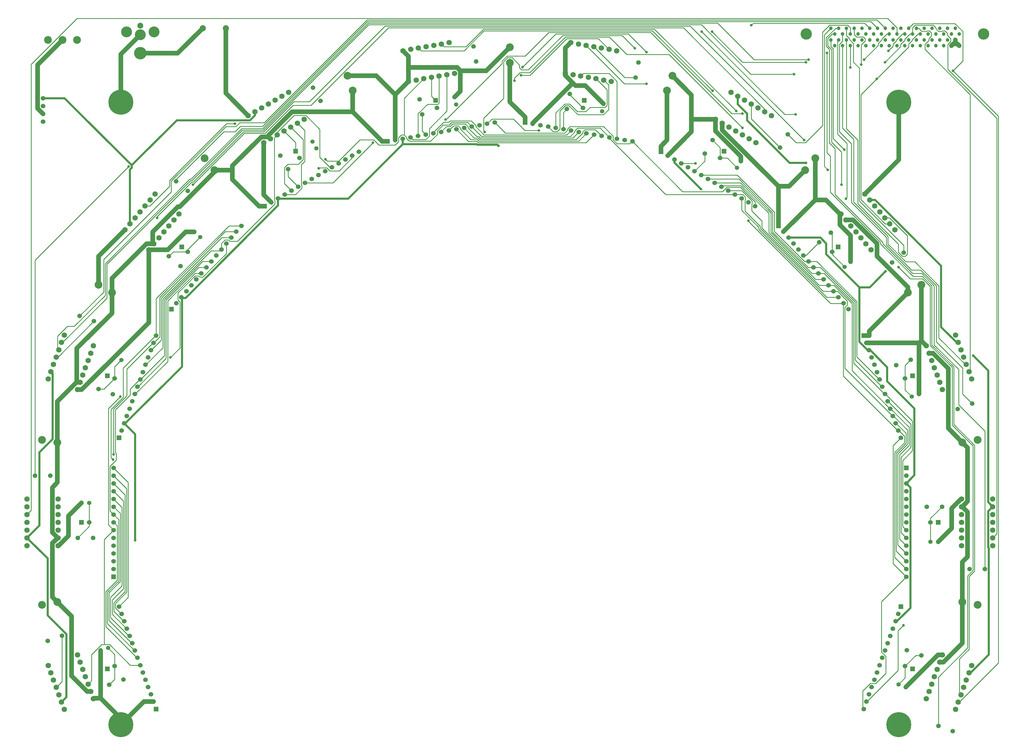
<source format=gbl>
G04 (created by PCBNEW (2013-jul-07)-stable) date Thu 10 Sep 2015 02:50:31 PM PDT*
%MOIN*%
G04 Gerber Fmt 3.4, Leading zero omitted, Abs format*
%FSLAX34Y34*%
G01*
G70*
G90*
G04 APERTURE LIST*
%ADD10C,0.00590551*%
%ADD11C,0.145669*%
%ADD12C,0.0472441*%
%ADD13C,0.07*%
%ADD14C,0.1*%
%ADD15C,0.0590551*%
%ADD16C,0.06*%
%ADD17R,0.06X0.06*%
%ADD18C,0.076*%
%ADD19C,0.14*%
%ADD20C,0.16*%
%ADD21C,0.055*%
%ADD22C,0.0787402*%
%ADD23C,0.32*%
%ADD24C,0.035*%
%ADD25C,0.06*%
%ADD26C,0.025*%
%ADD27C,0.01*%
G04 APERTURE END LIST*
G54D10*
G54D11*
X140899Y-27246D03*
X118100Y-27246D03*
G54D12*
X137750Y-28746D03*
X137250Y-27996D03*
X136750Y-28746D03*
X136250Y-27996D03*
X135750Y-28746D03*
X135250Y-27996D03*
X134750Y-28746D03*
X134250Y-27996D03*
X133750Y-28746D03*
X133250Y-27996D03*
X132750Y-28746D03*
X132250Y-27996D03*
X131750Y-28746D03*
X131250Y-27996D03*
X130750Y-28746D03*
X130250Y-27996D03*
X129750Y-28746D03*
X129250Y-27996D03*
X128750Y-28746D03*
X128250Y-27996D03*
X127750Y-28746D03*
X127250Y-27996D03*
X126750Y-28746D03*
X126250Y-27996D03*
X125750Y-28746D03*
X125250Y-27996D03*
X124750Y-28746D03*
X124250Y-27996D03*
X123750Y-28746D03*
X123250Y-27996D03*
X122750Y-28746D03*
X122250Y-27996D03*
X121750Y-28746D03*
X121250Y-27996D03*
X137750Y-27246D03*
X137250Y-26496D03*
X136750Y-27246D03*
X136250Y-26496D03*
X135750Y-27246D03*
X135250Y-26496D03*
X134750Y-27246D03*
X134250Y-26496D03*
X133750Y-27246D03*
X133250Y-26496D03*
X132750Y-27246D03*
X132250Y-26496D03*
X131750Y-27246D03*
X131250Y-26496D03*
X130750Y-27246D03*
X130250Y-26496D03*
X129750Y-27246D03*
X129250Y-26496D03*
X128750Y-27246D03*
X128250Y-26496D03*
X127750Y-27246D03*
X127250Y-26496D03*
X126750Y-27246D03*
X126250Y-26496D03*
X125750Y-27246D03*
X125250Y-26496D03*
X124750Y-27246D03*
X124250Y-26496D03*
X123750Y-27246D03*
X123250Y-26496D03*
X122750Y-27246D03*
X122250Y-26496D03*
X121750Y-27246D03*
X121250Y-26496D03*
G54D13*
X72177Y-28357D03*
X71192Y-28531D03*
X70207Y-28704D03*
X69222Y-28878D03*
X68237Y-29052D03*
X67253Y-29225D03*
X66268Y-29399D03*
X66962Y-33338D03*
X67947Y-33165D03*
X68932Y-32991D03*
X69917Y-32817D03*
X70902Y-32644D03*
X71886Y-32470D03*
X72871Y-32296D03*
X51565Y-34750D03*
X50699Y-35250D03*
X49833Y-35750D03*
X48967Y-36250D03*
X48101Y-36750D03*
X47235Y-37250D03*
X46369Y-37750D03*
X48369Y-41214D03*
X49235Y-40714D03*
X50101Y-40214D03*
X50967Y-39714D03*
X51833Y-39214D03*
X52699Y-38714D03*
X53565Y-38214D03*
X34384Y-47807D03*
X33741Y-48573D03*
X33098Y-49339D03*
X32455Y-50105D03*
X31813Y-50871D03*
X31170Y-51637D03*
X30527Y-52403D03*
X33591Y-54975D03*
X34234Y-54209D03*
X34877Y-53442D03*
X35520Y-52676D03*
X36162Y-51910D03*
X36805Y-51144D03*
X37448Y-50378D03*
X137295Y-114046D03*
X137637Y-113106D03*
X137979Y-112167D03*
X138321Y-111227D03*
X138663Y-110287D03*
X139005Y-109347D03*
X139347Y-108408D03*
X135588Y-107040D03*
X135246Y-107979D03*
X134904Y-108919D03*
X134562Y-109859D03*
X134220Y-110798D03*
X133878Y-111738D03*
X133536Y-112678D03*
X22704Y-65953D03*
X22362Y-66893D03*
X22020Y-67832D03*
X21678Y-68772D03*
X21336Y-69712D03*
X20994Y-70652D03*
X20652Y-71591D03*
X24411Y-72959D03*
X24753Y-72020D03*
X25095Y-71080D03*
X25437Y-70140D03*
X25779Y-69201D03*
X26121Y-68261D03*
X26463Y-67321D03*
X142064Y-93000D03*
X142064Y-92000D03*
X142064Y-91000D03*
X142064Y-90000D03*
X142064Y-89000D03*
X142064Y-88000D03*
X142064Y-87000D03*
X138064Y-87000D03*
X138064Y-88000D03*
X138064Y-89000D03*
X138064Y-90000D03*
X138064Y-91000D03*
X138064Y-92000D03*
X138064Y-93000D03*
X17935Y-87000D03*
X17935Y-88000D03*
X17935Y-89000D03*
X17935Y-90000D03*
X17935Y-91000D03*
X17935Y-92000D03*
X17935Y-93000D03*
X21935Y-93000D03*
X21935Y-92000D03*
X21935Y-91000D03*
X21935Y-90000D03*
X21935Y-89000D03*
X21935Y-88000D03*
X21935Y-87000D03*
X20652Y-108408D03*
X20994Y-109347D03*
X21336Y-110287D03*
X21678Y-111227D03*
X22020Y-112167D03*
X22362Y-113106D03*
X22704Y-114046D03*
X26463Y-112678D03*
X26121Y-111738D03*
X25779Y-110798D03*
X25437Y-109859D03*
X25095Y-108919D03*
X24753Y-107979D03*
X24411Y-107040D03*
X139347Y-71591D03*
X139005Y-70652D03*
X138663Y-69712D03*
X138321Y-68772D03*
X137979Y-67832D03*
X137637Y-66893D03*
X137295Y-65953D03*
X133536Y-67321D03*
X133878Y-68261D03*
X134220Y-69201D03*
X134562Y-70140D03*
X134904Y-71080D03*
X135246Y-72020D03*
X135588Y-72959D03*
X93731Y-29399D03*
X92746Y-29225D03*
X91762Y-29052D03*
X90777Y-28878D03*
X89792Y-28704D03*
X88807Y-28531D03*
X87822Y-28357D03*
X87128Y-32296D03*
X88113Y-32470D03*
X89097Y-32644D03*
X90082Y-32817D03*
X91067Y-32991D03*
X92052Y-33165D03*
X93037Y-33338D03*
X129472Y-52403D03*
X128829Y-51637D03*
X128186Y-50871D03*
X127543Y-50105D03*
X126901Y-49339D03*
X126258Y-48573D03*
X125615Y-47807D03*
X122551Y-50378D03*
X123194Y-51144D03*
X123836Y-51910D03*
X124479Y-52676D03*
X125122Y-53442D03*
X125765Y-54209D03*
X126408Y-54975D03*
X113630Y-37750D03*
X112764Y-37250D03*
X111898Y-36750D03*
X111032Y-36250D03*
X110166Y-35750D03*
X109300Y-35250D03*
X108434Y-34750D03*
X106434Y-38214D03*
X107300Y-38714D03*
X108166Y-39214D03*
X109032Y-39714D03*
X109898Y-40214D03*
X110764Y-40714D03*
X111630Y-41214D03*
G54D14*
X24370Y-28000D03*
X22500Y-28000D03*
X20630Y-28000D03*
G54D15*
X37669Y-57091D03*
X36161Y-55825D03*
X129114Y-56620D03*
X130622Y-55355D03*
X68726Y-37581D03*
X68384Y-35642D03*
X114736Y-41835D03*
X115720Y-40130D03*
X137569Y-75431D03*
X139418Y-74758D03*
X96168Y-32859D03*
X96509Y-30920D03*
X87334Y-36886D03*
X87676Y-34948D03*
X51477Y-44598D03*
X50493Y-42893D03*
X139079Y-96000D03*
X141048Y-96000D03*
X136924Y-116836D03*
X135075Y-116163D03*
X30335Y-110204D03*
X28485Y-110877D03*
X26419Y-92000D03*
X24451Y-92000D03*
X28967Y-73553D03*
X27117Y-72880D03*
X55656Y-35835D03*
X54672Y-34130D03*
X38598Y-47427D03*
X37090Y-46162D03*
X26535Y-64155D03*
X24685Y-63481D03*
X20919Y-84000D03*
X18951Y-84000D03*
X22430Y-104568D03*
X20580Y-105241D03*
X129664Y-69795D03*
X131514Y-69122D03*
X133579Y-88000D03*
X135548Y-88000D03*
X75649Y-30775D03*
X75307Y-28837D03*
X119759Y-54027D03*
X121266Y-52761D03*
X131032Y-106446D03*
X132882Y-107119D03*
X105057Y-42598D03*
X106042Y-40893D03*
G54D16*
X20000Y-38500D03*
X20000Y-37500D03*
X20000Y-36500D03*
X20000Y-35500D03*
G54D17*
X135064Y-90000D03*
G54D16*
X134064Y-90000D03*
G54D17*
X52467Y-42313D03*
G54D16*
X52967Y-43179D03*
G54D17*
X70438Y-35772D03*
G54D16*
X70612Y-36757D03*
G54D17*
X89561Y-35772D03*
G54D16*
X89387Y-36757D03*
G54D17*
X37818Y-54605D03*
G54D16*
X38584Y-55248D03*
G54D17*
X28256Y-108833D03*
G54D16*
X29196Y-108491D03*
G54D17*
X131743Y-108833D03*
G54D16*
X130803Y-108491D03*
G54D17*
X131743Y-71166D03*
G54D16*
X130803Y-71508D03*
G54D17*
X122181Y-54605D03*
G54D16*
X121415Y-55248D03*
G54D17*
X28256Y-71166D03*
G54D16*
X29196Y-71508D03*
G54D17*
X107532Y-42313D03*
G54D16*
X107032Y-43179D03*
G54D17*
X24935Y-90000D03*
G54D16*
X25935Y-90000D03*
G54D17*
X99407Y-42385D03*
G54D16*
X100273Y-42885D03*
X101139Y-43385D03*
X102005Y-43885D03*
X102871Y-44385D03*
X103737Y-44885D03*
X104603Y-45385D03*
X105469Y-45885D03*
X106335Y-46385D03*
X107201Y-46885D03*
X108067Y-47385D03*
X108933Y-47885D03*
X109799Y-48385D03*
X110665Y-48885D03*
X111531Y-49385D03*
G54D17*
X130261Y-100844D03*
G54D16*
X129919Y-101784D03*
X129577Y-102723D03*
X129235Y-103663D03*
X128893Y-104603D03*
X128551Y-105543D03*
X128209Y-106482D03*
X127867Y-107422D03*
X127525Y-108362D03*
X127183Y-109301D03*
X126841Y-110241D03*
X126499Y-111181D03*
X126157Y-112120D03*
X125815Y-113060D03*
X125473Y-114000D03*
G54D17*
X130939Y-83000D03*
G54D16*
X130939Y-84000D03*
X130939Y-85000D03*
X130939Y-86000D03*
X130939Y-87000D03*
X130939Y-88000D03*
X130939Y-89000D03*
X130939Y-90000D03*
X130939Y-91000D03*
X130939Y-92000D03*
X130939Y-93000D03*
X130939Y-94000D03*
X130939Y-95000D03*
X130939Y-96000D03*
X130939Y-97000D03*
G54D17*
X125473Y-65999D03*
G54D16*
X125815Y-66939D03*
X126157Y-67879D03*
X126499Y-68818D03*
X126841Y-69758D03*
X127183Y-70698D03*
X127525Y-71637D03*
X127867Y-72577D03*
X128209Y-73517D03*
X128551Y-74456D03*
X128893Y-75396D03*
X129235Y-76336D03*
X129577Y-77276D03*
X129919Y-78215D03*
X130261Y-79155D03*
G54D17*
X114522Y-51894D03*
G54D16*
X115164Y-52660D03*
X115807Y-53426D03*
X116450Y-54192D03*
X117093Y-54958D03*
X117736Y-55724D03*
X118378Y-56490D03*
X119021Y-57256D03*
X119664Y-58022D03*
X120307Y-58788D03*
X120950Y-59554D03*
X121592Y-60320D03*
X122235Y-61086D03*
X122878Y-61852D03*
X123521Y-62619D03*
G54D17*
X81952Y-38619D03*
G54D16*
X82936Y-38792D03*
X83921Y-38966D03*
X84906Y-39140D03*
X85891Y-39313D03*
X86876Y-39487D03*
X87860Y-39660D03*
X88845Y-39834D03*
X89830Y-40008D03*
X90815Y-40181D03*
X91800Y-40355D03*
X92784Y-40529D03*
X93769Y-40702D03*
X94754Y-40876D03*
X95739Y-41050D03*
G54D17*
X64260Y-41050D03*
G54D16*
X65245Y-40876D03*
X66230Y-40702D03*
X67215Y-40529D03*
X68199Y-40355D03*
X69184Y-40181D03*
X70169Y-40008D03*
X71154Y-39834D03*
X72139Y-39660D03*
X73123Y-39487D03*
X74108Y-39313D03*
X75093Y-39140D03*
X76078Y-38966D03*
X77063Y-38792D03*
X78047Y-38619D03*
G54D17*
X48468Y-49385D03*
G54D16*
X49334Y-48885D03*
X50200Y-48385D03*
X51066Y-47885D03*
X51932Y-47385D03*
X52798Y-46885D03*
X53664Y-46385D03*
X54530Y-45885D03*
X55396Y-45385D03*
X56262Y-44885D03*
X57128Y-44385D03*
X57994Y-43885D03*
X58860Y-43385D03*
X59726Y-42885D03*
X60592Y-42385D03*
G54D17*
X36478Y-62619D03*
G54D16*
X37121Y-61852D03*
X37764Y-61086D03*
X38407Y-60320D03*
X39049Y-59554D03*
X39692Y-58788D03*
X40335Y-58022D03*
X40978Y-57256D03*
X41621Y-56490D03*
X42263Y-55724D03*
X42906Y-54958D03*
X43549Y-54192D03*
X44192Y-53426D03*
X44835Y-52660D03*
X45477Y-51894D03*
G54D17*
X29738Y-79155D03*
G54D16*
X30080Y-78215D03*
X30422Y-77276D03*
X30764Y-76336D03*
X31106Y-75396D03*
X31448Y-74456D03*
X31790Y-73517D03*
X32132Y-72577D03*
X32474Y-71637D03*
X32816Y-70698D03*
X33158Y-69758D03*
X33500Y-68818D03*
X33842Y-67879D03*
X34184Y-66939D03*
X34526Y-65999D03*
G54D17*
X29060Y-97000D03*
G54D16*
X29060Y-96000D03*
X29060Y-95000D03*
X29060Y-94000D03*
X29060Y-93000D03*
X29060Y-92000D03*
X29060Y-91000D03*
X29060Y-90000D03*
X29060Y-89000D03*
X29060Y-88000D03*
X29060Y-87000D03*
X29060Y-86000D03*
X29060Y-85000D03*
X29060Y-84000D03*
X29060Y-83000D03*
G54D17*
X34526Y-114000D03*
G54D16*
X34184Y-113060D03*
X33842Y-112120D03*
X33500Y-111181D03*
X33158Y-110241D03*
X32816Y-109301D03*
X32474Y-108362D03*
X32132Y-107422D03*
X31790Y-106482D03*
X31448Y-105543D03*
X31106Y-104603D03*
X30764Y-103663D03*
X30422Y-102723D03*
X30080Y-101784D03*
X29738Y-100844D03*
G54D18*
X32500Y-26180D03*
G54D19*
X32500Y-27360D03*
G54D20*
X32500Y-29720D03*
G54D19*
X30730Y-26970D03*
X34270Y-26970D03*
G54D14*
X80000Y-30935D03*
X80000Y-28935D03*
X21832Y-100256D03*
X19863Y-100603D03*
X21832Y-79743D03*
X19863Y-79396D03*
X28848Y-60467D03*
X27116Y-59467D03*
X42034Y-44754D03*
X40748Y-43222D03*
X59798Y-34497D03*
X59114Y-32618D03*
G54D21*
X30051Y-69159D03*
X29111Y-68817D03*
X28341Y-106141D03*
X27401Y-106484D03*
X25935Y-87500D03*
X24935Y-87500D03*
X131658Y-73858D03*
X132598Y-73515D03*
X40191Y-53333D03*
X39425Y-52690D03*
X55133Y-41929D03*
X54633Y-41063D03*
X73073Y-36322D03*
X72900Y-35338D03*
X91850Y-37191D03*
X92023Y-36206D03*
X129948Y-110840D03*
X130888Y-111182D03*
X109197Y-44429D03*
X109697Y-43563D03*
X134064Y-92500D03*
X135064Y-92500D03*
X123022Y-57163D03*
X123788Y-56520D03*
G54D22*
X40523Y-26500D03*
X43476Y-26500D03*
G54D14*
X100201Y-34497D03*
X100885Y-32618D03*
X117965Y-44754D03*
X119251Y-43222D03*
X131151Y-60467D03*
X132883Y-59467D03*
X138167Y-79743D03*
X140136Y-79396D03*
X138167Y-100256D03*
X140136Y-100603D03*
G54D23*
X30000Y-36000D03*
X130000Y-36000D03*
X130000Y-116000D03*
X30000Y-116000D03*
G54D24*
X139538Y-68577D03*
X118067Y-43811D03*
X29933Y-73835D03*
X62376Y-41198D03*
X80575Y-33231D03*
X109885Y-39321D03*
X71733Y-38230D03*
X109892Y-37475D03*
X34657Y-50871D03*
X117826Y-40877D03*
X104663Y-26928D03*
X116732Y-37580D03*
X106050Y-34557D03*
X36354Y-68818D03*
X56291Y-43341D03*
X97568Y-33629D03*
X130571Y-103257D03*
X55407Y-44496D03*
X29054Y-81273D03*
X83720Y-39645D03*
X110665Y-51248D03*
X120870Y-44695D03*
X28982Y-81934D03*
X129962Y-57226D03*
X122617Y-46594D03*
X30984Y-44290D03*
X111030Y-26126D03*
X125169Y-31190D03*
X96046Y-29074D03*
X128663Y-29404D03*
X76759Y-39834D03*
X123183Y-48403D03*
X120739Y-29682D03*
X125513Y-30536D03*
X118393Y-30536D03*
X44667Y-38761D03*
X123744Y-31530D03*
X122989Y-42111D03*
X104542Y-47168D03*
X128298Y-57753D03*
X31807Y-92310D03*
X78505Y-41603D03*
X81427Y-32531D03*
X39241Y-46612D03*
X116534Y-32401D03*
X127152Y-33006D03*
X97547Y-29563D03*
X81621Y-31514D03*
X128212Y-30861D03*
X118068Y-30861D03*
X106002Y-26960D03*
X136938Y-31968D03*
X109072Y-37131D03*
X103859Y-43872D03*
G54D25*
X37303Y-29720D02*
X32500Y-29720D01*
X40523Y-26500D02*
X37303Y-29720D01*
G54D26*
X19524Y-90411D02*
X17935Y-92000D01*
X19524Y-81026D02*
X19524Y-90411D01*
X21227Y-79323D02*
X19524Y-81026D01*
X21227Y-70885D02*
X21227Y-79323D01*
X20994Y-70652D02*
X21227Y-70885D01*
X22979Y-112489D02*
X22362Y-113106D01*
X22979Y-104381D02*
X22979Y-112489D01*
X20588Y-101989D02*
X22979Y-104381D01*
X20588Y-94652D02*
X20588Y-101989D01*
X17935Y-92000D02*
X20588Y-94652D01*
X139222Y-109347D02*
X139005Y-109347D01*
X141569Y-107000D02*
X139222Y-109347D01*
X141569Y-93319D02*
X141569Y-107000D01*
X141489Y-93238D02*
X141569Y-93319D01*
X141489Y-88575D02*
X141489Y-93238D01*
X142064Y-88000D02*
X141489Y-88575D01*
X141472Y-70511D02*
X139538Y-68577D01*
X141472Y-87408D02*
X141472Y-70511D01*
X142064Y-88000D02*
X141472Y-87408D01*
X37175Y-38332D02*
X31384Y-44124D01*
X46602Y-38332D02*
X37175Y-38332D01*
X47235Y-37699D02*
X46602Y-38332D01*
X47235Y-37250D02*
X47235Y-37699D01*
X31384Y-44455D02*
X31384Y-44124D01*
X31170Y-44669D02*
X31384Y-44455D01*
X31170Y-51637D02*
X31170Y-44669D01*
X22759Y-35500D02*
X20000Y-35500D01*
X31384Y-44124D02*
X22759Y-35500D01*
X115942Y-43811D02*
X118067Y-43811D01*
X110491Y-38360D02*
X115942Y-43811D01*
X110491Y-37484D02*
X110491Y-38360D01*
X109300Y-36292D02*
X110491Y-37484D01*
X109300Y-35250D02*
X109300Y-36292D01*
X126949Y-48573D02*
X126258Y-48573D01*
X135412Y-57036D02*
X126949Y-48573D01*
X135412Y-64895D02*
X135412Y-57036D01*
X137410Y-66893D02*
X135412Y-64895D01*
X137637Y-66893D02*
X137410Y-66893D01*
G54D25*
X125473Y-65999D02*
X126173Y-65999D01*
X48468Y-49385D02*
X47768Y-49385D01*
X21184Y-92688D02*
X21872Y-92000D01*
X21184Y-99608D02*
X21184Y-92688D01*
X21832Y-100256D02*
X21184Y-99608D01*
X21872Y-92000D02*
X21935Y-92000D01*
X23660Y-102083D02*
X21832Y-100256D01*
X23660Y-109743D02*
X23660Y-102083D01*
X25655Y-111738D02*
X23660Y-109743D01*
X26121Y-111738D02*
X25655Y-111738D01*
X21832Y-84883D02*
X21832Y-79743D01*
X21185Y-85530D02*
X21832Y-84883D01*
X21185Y-91312D02*
X21185Y-85530D01*
X21872Y-92000D02*
X21185Y-91312D01*
X24289Y-72020D02*
X24329Y-72020D01*
X21832Y-74476D02*
X24289Y-72020D01*
X21832Y-79743D02*
X21832Y-74476D01*
X24329Y-72020D02*
X24753Y-72020D01*
X34103Y-54209D02*
X34234Y-54209D01*
X33289Y-54209D02*
X34103Y-54209D01*
X28848Y-58649D02*
X33289Y-54209D01*
X28848Y-60467D02*
X28848Y-58649D01*
X28848Y-63134D02*
X28848Y-60467D01*
X24329Y-67653D02*
X28848Y-63134D01*
X24329Y-72020D02*
X24329Y-67653D01*
X19297Y-31202D02*
X22500Y-28000D01*
X19297Y-36797D02*
X19297Y-31202D01*
X20000Y-37500D02*
X19297Y-36797D01*
X126173Y-65445D02*
X126173Y-65999D01*
X131151Y-60467D02*
X126173Y-65445D01*
X80000Y-35966D02*
X81952Y-37918D01*
X80000Y-30935D02*
X80000Y-35966D01*
X81952Y-38619D02*
X81952Y-37918D01*
X99407Y-42385D02*
X99407Y-41685D01*
X138167Y-105540D02*
X138167Y-100256D01*
X135727Y-107979D02*
X138167Y-105540D01*
X135246Y-107979D02*
X135727Y-107979D01*
X138823Y-88682D02*
X138141Y-88000D01*
X138823Y-94460D02*
X138823Y-88682D01*
X138167Y-95116D02*
X138823Y-94460D01*
X138167Y-100256D02*
X138167Y-95116D01*
X138141Y-88000D02*
X138064Y-88000D01*
X42034Y-44978D02*
X42034Y-44754D01*
X37559Y-49453D02*
X42034Y-44978D01*
X37313Y-49453D02*
X37559Y-49453D01*
X34103Y-52662D02*
X37313Y-49453D01*
X34103Y-54209D02*
X34103Y-52662D01*
X44337Y-45955D02*
X44337Y-44754D01*
X47768Y-49385D02*
X44337Y-45955D01*
X44337Y-44754D02*
X42034Y-44754D01*
X115896Y-46823D02*
X117965Y-44754D01*
X114522Y-46823D02*
X115896Y-46823D01*
X114522Y-51894D02*
X114522Y-46823D01*
X107300Y-39601D02*
X107300Y-38714D01*
X114522Y-46823D02*
X107300Y-39601D01*
X64260Y-41050D02*
X63560Y-41050D01*
X48060Y-40462D02*
X48983Y-40462D01*
X44337Y-44185D02*
X48060Y-40462D01*
X44337Y-44754D02*
X44337Y-44185D01*
X48983Y-40462D02*
X49235Y-40714D01*
X52000Y-37243D02*
X59798Y-37243D01*
X48983Y-40260D02*
X52000Y-37243D01*
X48983Y-40462D02*
X48983Y-40260D01*
X59798Y-34497D02*
X59798Y-37243D01*
X63560Y-41005D02*
X59798Y-37243D01*
X63560Y-41050D02*
X63560Y-41005D01*
X100201Y-40891D02*
X99407Y-41685D01*
X100201Y-34497D02*
X100201Y-40891D01*
X136339Y-77916D02*
X138167Y-79743D01*
X136339Y-70229D02*
X136339Y-77916D01*
X134372Y-68261D02*
X136339Y-70229D01*
X133878Y-68261D02*
X134372Y-68261D01*
X138820Y-87320D02*
X138141Y-88000D01*
X138820Y-80397D02*
X138820Y-87320D01*
X138167Y-79743D02*
X138820Y-80397D01*
X131151Y-59793D02*
X131151Y-60467D01*
X127176Y-55818D02*
X131151Y-59793D01*
X127176Y-54185D02*
X127176Y-55818D01*
X124135Y-51144D02*
X127176Y-54185D01*
X123194Y-51144D02*
X124135Y-51144D01*
G54D27*
X119438Y-56490D02*
X118378Y-56490D01*
X124579Y-61631D02*
X119438Y-56490D01*
X124579Y-68743D02*
X124579Y-61631D01*
X127473Y-71637D02*
X124579Y-68743D01*
X127525Y-71637D02*
X127473Y-71637D01*
X39519Y-58022D02*
X40335Y-58022D01*
X36013Y-61528D02*
X39519Y-58022D01*
X36013Y-69333D02*
X36013Y-61528D01*
X31829Y-73517D02*
X36013Y-69333D01*
X31790Y-73517D02*
X31829Y-73517D01*
X28540Y-105710D02*
X27845Y-105710D01*
X31192Y-108362D02*
X28540Y-105710D01*
X32474Y-108362D02*
X31192Y-108362D01*
X26218Y-110359D02*
X25779Y-110798D01*
X26218Y-107025D02*
X26218Y-110359D01*
X27533Y-105710D02*
X26218Y-107025D01*
X27845Y-105710D02*
X27533Y-105710D01*
X27845Y-92215D02*
X27845Y-105710D01*
X29060Y-91000D02*
X27845Y-92215D01*
X28384Y-90323D02*
X29060Y-91000D01*
X28384Y-75384D02*
X28384Y-90323D01*
X29933Y-73835D02*
X28384Y-75384D01*
X62376Y-41252D02*
X62376Y-41198D01*
X57243Y-46385D02*
X62376Y-41252D01*
X53664Y-46385D02*
X57243Y-46385D01*
X87325Y-40196D02*
X87860Y-39660D01*
X76660Y-40196D02*
X87325Y-40196D01*
X75617Y-39153D02*
X76660Y-40196D01*
X75617Y-39017D02*
X75617Y-39153D01*
X75022Y-38421D02*
X75617Y-39017D01*
X72304Y-38421D02*
X75022Y-38421D01*
X72158Y-38567D02*
X72304Y-38421D01*
X71501Y-38567D02*
X72158Y-38567D01*
X70169Y-39899D02*
X71501Y-38567D01*
X70169Y-40008D02*
X70169Y-39899D01*
X109230Y-45385D02*
X104603Y-45385D01*
X113976Y-50131D02*
X109230Y-45385D01*
X113976Y-52627D02*
X113976Y-50131D01*
X117839Y-56490D02*
X113976Y-52627D01*
X118378Y-56490D02*
X117839Y-56490D01*
X80575Y-32923D02*
X80575Y-33231D01*
X81292Y-32206D02*
X80575Y-32923D01*
X82542Y-32206D02*
X81292Y-32206D01*
X87107Y-27641D02*
X82542Y-32206D01*
X92782Y-27641D02*
X87107Y-27641D01*
X95031Y-29891D02*
X92782Y-27641D01*
X100455Y-29891D02*
X95031Y-29891D01*
X109885Y-39321D02*
X100455Y-29891D01*
X119917Y-57256D02*
X119021Y-57256D01*
X124379Y-61717D02*
X119917Y-57256D01*
X124379Y-69128D02*
X124379Y-61717D01*
X127828Y-72577D02*
X124379Y-69128D01*
X127867Y-72577D02*
X127828Y-72577D01*
X32178Y-72577D02*
X32132Y-72577D01*
X35798Y-68957D02*
X32178Y-72577D01*
X35798Y-61451D02*
X35798Y-68957D01*
X39993Y-57256D02*
X35798Y-61451D01*
X40978Y-57256D02*
X39993Y-57256D01*
X29510Y-90450D02*
X29060Y-90000D01*
X29510Y-97448D02*
X29510Y-90450D01*
X28063Y-98895D02*
X29510Y-97448D01*
X28063Y-103425D02*
X28063Y-98895D01*
X32060Y-107422D02*
X28063Y-103425D01*
X32132Y-107422D02*
X32060Y-107422D01*
X88082Y-40597D02*
X88845Y-39834D01*
X76190Y-40597D02*
X88082Y-40597D01*
X75989Y-40397D02*
X76190Y-40597D01*
X75712Y-40397D02*
X75989Y-40397D01*
X74633Y-39318D02*
X75712Y-40397D01*
X74633Y-39176D02*
X74633Y-39318D01*
X74283Y-38826D02*
X74633Y-39176D01*
X72607Y-38826D02*
X74283Y-38826D01*
X72274Y-39159D02*
X72607Y-38826D01*
X71829Y-39159D02*
X72274Y-39159D01*
X71154Y-39834D02*
X71829Y-39159D01*
X109447Y-45885D02*
X105469Y-45885D01*
X113761Y-50199D02*
X109447Y-45885D01*
X113761Y-52695D02*
X113761Y-50199D01*
X118323Y-57256D02*
X113761Y-52695D01*
X119021Y-57256D02*
X118323Y-57256D01*
X71798Y-38230D02*
X71733Y-38230D01*
X78981Y-31046D02*
X71798Y-38230D01*
X78981Y-30720D02*
X78981Y-31046D01*
X79638Y-30063D02*
X78981Y-30720D01*
X81965Y-30063D02*
X79638Y-30063D01*
X84987Y-27041D02*
X81965Y-30063D01*
X98075Y-27041D02*
X84987Y-27041D01*
X108509Y-37475D02*
X98075Y-27041D01*
X109892Y-37475D02*
X108509Y-37475D01*
X32516Y-71637D02*
X32474Y-71637D01*
X35589Y-68564D02*
X32516Y-71637D01*
X35589Y-61377D02*
X35589Y-68564D01*
X40476Y-56490D02*
X35589Y-61377D01*
X41621Y-56490D02*
X40476Y-56490D01*
X29710Y-89650D02*
X29060Y-89000D01*
X29710Y-97531D02*
X29710Y-89650D01*
X28264Y-98978D02*
X29710Y-97531D01*
X28264Y-102995D02*
X28264Y-98978D01*
X31751Y-106482D02*
X28264Y-102995D01*
X31790Y-106482D02*
X31751Y-106482D01*
X32423Y-71637D02*
X32474Y-71637D01*
X31183Y-72877D02*
X32423Y-71637D01*
X31183Y-73629D02*
X31183Y-72877D01*
X29273Y-75539D02*
X31183Y-73629D01*
X29273Y-81032D02*
X29273Y-75539D01*
X29379Y-81138D02*
X29273Y-81032D01*
X29379Y-82027D02*
X29379Y-81138D01*
X28597Y-82808D02*
X29379Y-82027D01*
X28597Y-88536D02*
X28597Y-82808D01*
X29060Y-89000D02*
X28597Y-88536D01*
X128158Y-73517D02*
X128209Y-73517D01*
X124178Y-69538D02*
X128158Y-73517D01*
X124178Y-61800D02*
X124178Y-69538D01*
X120400Y-58022D02*
X124178Y-61800D01*
X119664Y-58022D02*
X120400Y-58022D01*
X130486Y-90546D02*
X130939Y-91000D01*
X130486Y-82061D02*
X130486Y-90546D01*
X131721Y-80826D02*
X130486Y-82061D01*
X131721Y-76988D02*
X131721Y-80826D01*
X128249Y-73517D02*
X131721Y-76988D01*
X128209Y-73517D02*
X128249Y-73517D01*
X88840Y-40997D02*
X89830Y-40008D01*
X76024Y-40997D02*
X88840Y-40997D01*
X75832Y-40806D02*
X76024Y-40997D01*
X74963Y-40806D02*
X75832Y-40806D01*
X73648Y-39491D02*
X74963Y-40806D01*
X73648Y-39349D02*
X73648Y-39491D01*
X73334Y-39035D02*
X73648Y-39349D01*
X72764Y-39035D02*
X73334Y-39035D01*
X72139Y-39660D02*
X72764Y-39035D01*
X109664Y-46385D02*
X106335Y-46385D01*
X113539Y-50260D02*
X109664Y-46385D01*
X113539Y-52756D02*
X113539Y-50260D01*
X118806Y-58022D02*
X113539Y-52756D01*
X119664Y-58022D02*
X118806Y-58022D01*
X34657Y-50723D02*
X34657Y-50871D01*
X39092Y-46287D02*
X34657Y-50723D01*
X39290Y-46287D02*
X39092Y-46287D01*
X45765Y-39812D02*
X39290Y-46287D01*
X48365Y-39812D02*
X45765Y-39812D01*
X52221Y-35956D02*
X48365Y-39812D01*
X54214Y-35956D02*
X52221Y-35956D01*
X63930Y-26241D02*
X54214Y-35956D01*
X103190Y-26241D02*
X63930Y-26241D01*
X117826Y-40877D02*
X103190Y-26241D01*
X29911Y-88850D02*
X29060Y-88000D01*
X29911Y-97614D02*
X29911Y-88850D01*
X28464Y-99060D02*
X29911Y-97614D01*
X28464Y-102612D02*
X28464Y-99060D01*
X31395Y-105543D02*
X28464Y-102612D01*
X31448Y-105543D02*
X31395Y-105543D01*
X130285Y-91346D02*
X130939Y-92000D01*
X130285Y-81628D02*
X130285Y-91346D01*
X131520Y-80393D02*
X130285Y-81628D01*
X131520Y-77382D02*
X131520Y-80393D01*
X128595Y-74456D02*
X131520Y-77382D01*
X128551Y-74456D02*
X128595Y-74456D01*
X89799Y-41198D02*
X90815Y-40181D01*
X75941Y-41198D02*
X89799Y-41198D01*
X75775Y-41032D02*
X75941Y-41198D01*
X74668Y-41032D02*
X75775Y-41032D01*
X73123Y-39487D02*
X74668Y-41032D01*
X107355Y-46732D02*
X107201Y-46885D01*
X109728Y-46732D02*
X107355Y-46732D01*
X113280Y-50284D02*
X109728Y-46732D01*
X113280Y-52780D02*
X113280Y-50284D01*
X119289Y-58788D02*
X113280Y-52780D01*
X120307Y-58788D02*
X119289Y-58788D01*
X115315Y-37580D02*
X116732Y-37580D01*
X104663Y-26928D02*
X115315Y-37580D01*
X56855Y-44385D02*
X57128Y-44385D01*
X55559Y-43089D02*
X56855Y-44385D01*
X55559Y-39497D02*
X55559Y-43089D01*
X53774Y-37712D02*
X55559Y-39497D01*
X52259Y-37712D02*
X53774Y-37712D01*
X50101Y-39870D02*
X52259Y-37712D01*
X50101Y-40214D02*
X50101Y-39870D01*
X30129Y-88068D02*
X29060Y-87000D01*
X30129Y-98165D02*
X30129Y-88068D01*
X28665Y-99629D02*
X30129Y-98165D01*
X28665Y-102235D02*
X28665Y-99629D01*
X31032Y-104603D02*
X28665Y-102235D01*
X31106Y-104603D02*
X31032Y-104603D01*
X130082Y-92143D02*
X130939Y-93000D01*
X130082Y-81341D02*
X130082Y-92143D01*
X131320Y-80103D02*
X130082Y-81341D01*
X131320Y-77784D02*
X131320Y-80103D01*
X128932Y-75396D02*
X131320Y-77784D01*
X128893Y-75396D02*
X128932Y-75396D01*
X42758Y-55106D02*
X42906Y-54958D01*
X42758Y-55106D02*
X42758Y-55106D01*
X41577Y-55106D02*
X42758Y-55106D01*
X35389Y-61294D02*
X41577Y-55106D01*
X35389Y-67571D02*
X35389Y-61294D01*
X33202Y-69758D02*
X35389Y-67571D01*
X33158Y-69758D02*
X33202Y-69758D01*
X49735Y-40580D02*
X50101Y-40214D01*
X49735Y-48604D02*
X49735Y-40580D01*
X49787Y-48655D02*
X49735Y-48604D01*
X49787Y-49068D02*
X49787Y-48655D01*
X44979Y-53877D02*
X49787Y-49068D01*
X44000Y-53877D02*
X44979Y-53877D01*
X43849Y-53726D02*
X44000Y-53877D01*
X43369Y-53726D02*
X43849Y-53726D01*
X42906Y-54189D02*
X43369Y-53726D01*
X42906Y-54958D02*
X42906Y-54189D01*
X90997Y-39553D02*
X91800Y-40355D01*
X89641Y-39553D02*
X90997Y-39553D01*
X89370Y-39824D02*
X89641Y-39553D01*
X89370Y-39962D02*
X89370Y-39824D01*
X88534Y-40797D02*
X89370Y-39962D01*
X76107Y-40797D02*
X88534Y-40797D01*
X75907Y-40597D02*
X76107Y-40797D01*
X75392Y-40597D02*
X75907Y-40597D01*
X74108Y-39313D02*
X75392Y-40597D01*
X121649Y-59554D02*
X120950Y-59554D01*
X123971Y-61876D02*
X121649Y-59554D01*
X123971Y-70525D02*
X123971Y-61876D01*
X128842Y-75396D02*
X123971Y-70525D01*
X128893Y-75396D02*
X128842Y-75396D01*
X119758Y-59554D02*
X120950Y-59554D01*
X112375Y-52171D02*
X119758Y-59554D01*
X112375Y-51266D02*
X112375Y-52171D01*
X111076Y-49967D02*
X112375Y-51266D01*
X111076Y-49110D02*
X111076Y-49967D01*
X111121Y-49066D02*
X111076Y-49110D01*
X111121Y-48690D02*
X111121Y-49066D01*
X109815Y-47385D02*
X111121Y-48690D01*
X108067Y-47385D02*
X109815Y-47385D01*
X68580Y-29395D02*
X68237Y-29052D01*
X74115Y-29395D02*
X68580Y-29395D01*
X76669Y-26841D02*
X74115Y-29395D01*
X98334Y-26841D02*
X76669Y-26841D01*
X106050Y-34557D02*
X98334Y-26841D01*
X37571Y-67601D02*
X36354Y-68818D01*
X37571Y-61666D02*
X37571Y-67601D01*
X37308Y-61402D02*
X37571Y-61666D01*
X37308Y-60526D02*
X37308Y-61402D01*
X39504Y-58329D02*
X37308Y-60526D01*
X39982Y-58329D02*
X39504Y-58329D01*
X40145Y-58491D02*
X39982Y-58329D01*
X40524Y-58491D02*
X40145Y-58491D01*
X43549Y-55466D02*
X40524Y-58491D01*
X43549Y-54192D02*
X43549Y-55466D01*
X30722Y-103663D02*
X30764Y-103663D01*
X28882Y-101823D02*
X30722Y-103663D01*
X28882Y-99979D02*
X28882Y-101823D01*
X30329Y-98533D02*
X28882Y-99979D01*
X30329Y-87268D02*
X30329Y-98533D01*
X29060Y-86000D02*
X30329Y-87268D01*
X129861Y-92922D02*
X130939Y-94000D01*
X129861Y-81203D02*
X129861Y-92922D01*
X131112Y-79953D02*
X129861Y-81203D01*
X131112Y-78149D02*
X131112Y-79953D01*
X129299Y-76336D02*
X131112Y-78149D01*
X129235Y-76336D02*
X129299Y-76336D01*
X122110Y-60320D02*
X121592Y-60320D01*
X123340Y-61550D02*
X122110Y-60320D01*
X123340Y-62100D02*
X123340Y-61550D01*
X123062Y-62377D02*
X123340Y-62100D01*
X123062Y-70215D02*
X123062Y-62377D01*
X129183Y-76336D02*
X123062Y-70215D01*
X129235Y-76336D02*
X129183Y-76336D01*
X56537Y-43587D02*
X56291Y-43341D01*
X57994Y-43587D02*
X56537Y-43587D01*
X57994Y-43885D02*
X57994Y-43587D01*
X66408Y-35515D02*
X68932Y-32991D01*
X66408Y-40226D02*
X66408Y-35515D01*
X60726Y-40854D02*
X57994Y-43587D01*
X62498Y-40854D02*
X60726Y-40854D01*
X63144Y-41500D02*
X62498Y-40854D01*
X65263Y-41500D02*
X63144Y-41500D01*
X65695Y-41068D02*
X65263Y-41500D01*
X65695Y-40583D02*
X65695Y-41068D01*
X66052Y-40226D02*
X65695Y-40583D01*
X66408Y-40226D02*
X66052Y-40226D01*
X74579Y-38626D02*
X75093Y-39140D01*
X72524Y-38626D02*
X74579Y-38626D01*
X72194Y-38955D02*
X72524Y-38626D01*
X71396Y-38955D02*
X72194Y-38955D01*
X70686Y-39665D02*
X71396Y-38955D01*
X70686Y-40131D02*
X70686Y-39665D01*
X69796Y-41021D02*
X70686Y-40131D01*
X67067Y-41021D02*
X69796Y-41021D01*
X66690Y-40644D02*
X67067Y-41021D01*
X66690Y-40509D02*
X66690Y-40644D01*
X66408Y-40226D02*
X66690Y-40509D01*
X76351Y-40397D02*
X75093Y-39140D01*
X87778Y-40397D02*
X76351Y-40397D01*
X88321Y-39854D02*
X87778Y-40397D01*
X88321Y-39722D02*
X88321Y-39854D01*
X88690Y-39352D02*
X88321Y-39722D01*
X91608Y-39352D02*
X88690Y-39352D01*
X92784Y-40529D02*
X91608Y-39352D01*
X100020Y-47885D02*
X108933Y-47885D01*
X92784Y-40650D02*
X100020Y-47885D01*
X92784Y-40529D02*
X92784Y-40650D01*
X120241Y-60320D02*
X121592Y-60320D01*
X112175Y-52254D02*
X120241Y-60320D01*
X112175Y-51971D02*
X112175Y-52254D01*
X110207Y-50004D02*
X112175Y-51971D01*
X110207Y-48613D02*
X110207Y-50004D01*
X110251Y-48570D02*
X110207Y-48613D01*
X110251Y-48194D02*
X110251Y-48570D01*
X109941Y-47885D02*
X110251Y-48194D01*
X108933Y-47885D02*
X109941Y-47885D01*
X94716Y-33629D02*
X97568Y-33629D01*
X89792Y-28704D02*
X94716Y-33629D01*
X129661Y-93722D02*
X130939Y-95000D01*
X129661Y-81096D02*
X129661Y-93722D01*
X130912Y-79846D02*
X129661Y-81096D01*
X130912Y-78558D02*
X130912Y-79846D01*
X129629Y-77276D02*
X130912Y-78558D01*
X129577Y-77276D02*
X129629Y-77276D01*
X33886Y-67879D02*
X33842Y-67879D01*
X35189Y-66576D02*
X33886Y-67879D01*
X35189Y-61179D02*
X35189Y-66576D01*
X42941Y-53426D02*
X35189Y-61179D01*
X44192Y-53426D02*
X42941Y-53426D01*
X30352Y-102723D02*
X30422Y-102723D01*
X29082Y-101454D02*
X30352Y-102723D01*
X29082Y-100345D02*
X29082Y-101454D01*
X30529Y-98898D02*
X29082Y-100345D01*
X30529Y-86468D02*
X30529Y-98898D01*
X29060Y-85000D02*
X30529Y-86468D01*
X93769Y-33334D02*
X93769Y-40702D01*
X92741Y-32305D02*
X93769Y-33334D01*
X89436Y-32305D02*
X92741Y-32305D01*
X89097Y-32644D02*
X89436Y-32305D01*
X120724Y-61086D02*
X122235Y-61086D01*
X111974Y-52337D02*
X120724Y-61086D01*
X111974Y-52077D02*
X111974Y-52337D01*
X109799Y-49902D02*
X111974Y-52077D01*
X109799Y-48385D02*
X109799Y-49902D01*
X129461Y-94522D02*
X130939Y-96000D01*
X129461Y-81013D02*
X129461Y-94522D01*
X130711Y-79763D02*
X129461Y-81013D01*
X130711Y-78946D02*
X130711Y-79763D01*
X129981Y-78215D02*
X130711Y-78946D01*
X129919Y-78215D02*
X129981Y-78215D01*
X59726Y-43158D02*
X59726Y-42885D01*
X58038Y-44846D02*
X59726Y-43158D01*
X56869Y-44846D02*
X58038Y-44846D01*
X56457Y-44435D02*
X56869Y-44846D01*
X55468Y-44435D02*
X56457Y-44435D01*
X55407Y-44496D02*
X55468Y-44435D01*
X34229Y-66939D02*
X34184Y-66939D01*
X34989Y-66179D02*
X34229Y-66939D01*
X34989Y-61069D02*
X34989Y-66179D01*
X43398Y-52660D02*
X34989Y-61069D01*
X44835Y-52660D02*
X43398Y-52660D01*
X30041Y-101784D02*
X30080Y-101784D01*
X29283Y-101025D02*
X30041Y-101784D01*
X29283Y-100428D02*
X29283Y-101025D01*
X30729Y-98981D02*
X29283Y-100428D01*
X30729Y-85668D02*
X30729Y-98981D01*
X29060Y-84000D02*
X30729Y-85668D01*
X129890Y-103939D02*
X130571Y-103257D01*
X129890Y-109055D02*
X129890Y-103939D01*
X125884Y-113060D02*
X129890Y-109055D01*
X125815Y-113060D02*
X125884Y-113060D01*
X34133Y-66939D02*
X34184Y-66939D01*
X30759Y-70313D02*
X34133Y-66939D01*
X30759Y-73752D02*
X30759Y-70313D01*
X29054Y-75457D02*
X30759Y-73752D01*
X29054Y-81273D02*
X29054Y-75457D01*
X122878Y-61852D02*
X122862Y-61868D01*
X129860Y-78215D02*
X129919Y-78215D01*
X122862Y-71218D02*
X129860Y-78215D01*
X122862Y-61868D02*
X122862Y-71218D01*
X81931Y-39645D02*
X83720Y-39645D01*
X80447Y-38162D02*
X81931Y-39645D01*
X77693Y-38162D02*
X80447Y-38162D01*
X77063Y-38792D02*
X77693Y-38162D01*
X121223Y-61868D02*
X122862Y-61868D01*
X110665Y-51311D02*
X121223Y-61868D01*
X110665Y-51248D02*
X110665Y-51311D01*
X120414Y-44239D02*
X120870Y-44695D01*
X120414Y-27331D02*
X120414Y-44239D01*
X121250Y-26496D02*
X120414Y-27331D01*
X125355Y-113882D02*
X125473Y-114000D01*
X125355Y-111681D02*
X125355Y-113882D01*
X126322Y-110714D02*
X125355Y-111681D01*
X127007Y-110714D02*
X126322Y-110714D01*
X128319Y-109402D02*
X127007Y-110714D01*
X128319Y-107229D02*
X128319Y-109402D01*
X127744Y-106654D02*
X128319Y-107229D01*
X127744Y-100194D02*
X127744Y-106654D01*
X130939Y-97000D02*
X127744Y-100194D01*
X129261Y-95322D02*
X130939Y-97000D01*
X129261Y-80155D02*
X129261Y-95322D01*
X130261Y-79155D02*
X129261Y-80155D01*
X30929Y-84869D02*
X29060Y-83000D01*
X30929Y-99653D02*
X30929Y-84869D01*
X29738Y-100844D02*
X30929Y-99653D01*
X28729Y-81681D02*
X28982Y-81934D01*
X28729Y-75499D02*
X28729Y-81681D01*
X30276Y-73952D02*
X28729Y-75499D01*
X30276Y-70193D02*
X30276Y-73952D01*
X34470Y-65999D02*
X30276Y-70193D01*
X34526Y-65999D02*
X34470Y-65999D01*
X43881Y-51894D02*
X45477Y-51894D01*
X34526Y-61249D02*
X43881Y-51894D01*
X34526Y-65999D02*
X34526Y-61249D01*
X95437Y-41352D02*
X95739Y-41050D01*
X93775Y-41352D02*
X95437Y-41352D01*
X93261Y-40838D02*
X93775Y-41352D01*
X93261Y-40368D02*
X93261Y-40838D01*
X92045Y-39152D02*
X93261Y-40368D01*
X87715Y-39152D02*
X92045Y-39152D01*
X87400Y-39468D02*
X87715Y-39152D01*
X87400Y-39624D02*
X87400Y-39468D01*
X87049Y-39975D02*
X87400Y-39624D01*
X79404Y-39975D02*
X87049Y-39975D01*
X78047Y-38619D02*
X79404Y-39975D01*
X102190Y-47500D02*
X95739Y-41050D01*
X107308Y-47500D02*
X102190Y-47500D01*
X107876Y-46932D02*
X107308Y-47500D01*
X109645Y-46932D02*
X107876Y-46932D01*
X111531Y-48818D02*
X109645Y-46932D01*
X111531Y-49385D02*
X111531Y-48818D01*
X121875Y-26496D02*
X122250Y-26496D01*
X120661Y-27709D02*
X121875Y-26496D01*
X120661Y-28813D02*
X120661Y-27709D01*
X121064Y-29216D02*
X120661Y-28813D01*
X121064Y-41245D02*
X121064Y-29216D01*
X121791Y-41972D02*
X121064Y-41245D01*
X121791Y-47879D02*
X121791Y-41972D01*
X127926Y-54014D02*
X121791Y-47879D01*
X127926Y-54185D02*
X127926Y-54014D01*
X131762Y-58021D02*
X127926Y-54185D01*
X132950Y-58021D02*
X131762Y-58021D01*
X134537Y-59607D02*
X132950Y-58021D01*
X134537Y-67223D02*
X134537Y-59607D01*
X137672Y-70359D02*
X134537Y-67223D01*
X137672Y-74904D02*
X137672Y-70359D01*
X141048Y-78280D02*
X137672Y-74904D01*
X141048Y-96000D02*
X141048Y-78280D01*
X121431Y-27246D02*
X121750Y-27246D01*
X120863Y-27814D02*
X121431Y-27246D01*
X120863Y-28732D02*
X120863Y-27814D01*
X121359Y-29228D02*
X120863Y-28732D01*
X121359Y-41157D02*
X121359Y-29228D01*
X122617Y-42415D02*
X121359Y-41157D01*
X122617Y-46594D02*
X122617Y-42415D01*
X131457Y-58721D02*
X129962Y-57226D01*
X133067Y-58721D02*
X131457Y-58721D01*
X134036Y-59691D02*
X133067Y-58721D01*
X134036Y-67289D02*
X134036Y-59691D01*
X136839Y-70092D02*
X134036Y-67289D01*
X136839Y-77497D02*
X136839Y-70092D01*
X139532Y-80190D02*
X136839Y-77497D01*
X139532Y-96185D02*
X139532Y-80190D01*
X138817Y-96901D02*
X139532Y-96185D01*
X138817Y-106157D02*
X138817Y-96901D01*
X135075Y-109899D02*
X138817Y-106157D01*
X135075Y-116163D02*
X135075Y-109899D01*
X18951Y-56322D02*
X30984Y-44290D01*
X18951Y-84000D02*
X18951Y-56322D01*
X27771Y-60395D02*
X24685Y-63481D01*
X27771Y-56223D02*
X27771Y-60395D01*
X36463Y-47531D02*
X27771Y-56223D01*
X36463Y-46146D02*
X36463Y-47531D01*
X43477Y-39132D02*
X36463Y-46146D01*
X44772Y-39132D02*
X43477Y-39132D01*
X45265Y-38639D02*
X44772Y-39132D01*
X48406Y-38639D02*
X45265Y-38639D01*
X61605Y-25440D02*
X48406Y-38639D01*
X127194Y-25440D02*
X61605Y-25440D01*
X128250Y-26496D02*
X127194Y-25440D01*
X37090Y-45937D02*
X37090Y-46162D01*
X43214Y-39813D02*
X37090Y-45937D01*
X44651Y-39813D02*
X43214Y-39813D01*
X45367Y-39098D02*
X44651Y-39813D01*
X48230Y-39098D02*
X45367Y-39098D01*
X61688Y-25640D02*
X48230Y-39098D01*
X126394Y-25640D02*
X61688Y-25640D01*
X127250Y-26496D02*
X126394Y-25640D01*
X125632Y-25878D02*
X126250Y-26496D01*
X111278Y-25878D02*
X125632Y-25878D01*
X111030Y-26126D02*
X111278Y-25878D01*
X51477Y-45565D02*
X51477Y-44598D01*
X52798Y-46885D02*
X51477Y-45565D01*
X68726Y-39723D02*
X68726Y-37581D01*
X69184Y-40181D02*
X68726Y-39723D01*
X125169Y-28639D02*
X125169Y-31190D01*
X125659Y-28149D02*
X125169Y-28639D01*
X125659Y-27847D02*
X125659Y-28149D01*
X125418Y-27606D02*
X125659Y-27847D01*
X125055Y-27606D02*
X125418Y-27606D01*
X125014Y-27647D02*
X125055Y-27606D01*
X124589Y-27647D02*
X125014Y-27647D01*
X124250Y-27308D02*
X124589Y-27647D01*
X124250Y-26496D02*
X124250Y-27308D01*
X86876Y-37345D02*
X87334Y-36886D01*
X86876Y-39487D02*
X86876Y-37345D01*
X116802Y-41212D02*
X115720Y-40130D01*
X117985Y-41212D02*
X116802Y-41212D01*
X120176Y-39020D02*
X117985Y-41212D01*
X120176Y-27003D02*
X120176Y-39020D01*
X121075Y-26105D02*
X120176Y-27003D01*
X123407Y-26105D02*
X121075Y-26105D01*
X123750Y-26447D02*
X123407Y-26105D01*
X123750Y-27246D02*
X123750Y-26447D01*
X105057Y-43565D02*
X105057Y-42598D01*
X103737Y-44885D02*
X105057Y-43565D01*
X123250Y-27435D02*
X123250Y-26496D01*
X123649Y-27835D02*
X123250Y-27435D01*
X123649Y-27956D02*
X123649Y-27835D01*
X124167Y-28473D02*
X123649Y-27956D01*
X124167Y-30878D02*
X124167Y-28473D01*
X124912Y-31624D02*
X124167Y-30878D01*
X124912Y-48715D02*
X124912Y-31624D01*
X130622Y-54424D02*
X124912Y-48715D01*
X130622Y-55355D02*
X130622Y-54424D01*
X118061Y-55724D02*
X119759Y-54027D01*
X117736Y-55724D02*
X118061Y-55724D01*
X122750Y-28185D02*
X122750Y-27246D01*
X122351Y-28584D02*
X122750Y-28185D01*
X122351Y-39802D02*
X122351Y-28584D01*
X123881Y-41332D02*
X122351Y-39802D01*
X123881Y-48872D02*
X123881Y-41332D01*
X128390Y-53381D02*
X123881Y-48872D01*
X128390Y-54345D02*
X128390Y-53381D01*
X131611Y-57566D02*
X128390Y-54345D01*
X132796Y-57566D02*
X131611Y-57566D01*
X134837Y-59607D02*
X132796Y-57566D01*
X134837Y-66814D02*
X134837Y-59607D01*
X138187Y-70165D02*
X134837Y-66814D01*
X138187Y-73526D02*
X138187Y-70165D01*
X139418Y-74758D02*
X138187Y-73526D01*
X130439Y-27246D02*
X130750Y-27246D01*
X129679Y-28006D02*
X130439Y-27246D01*
X129679Y-28114D02*
X129679Y-28006D01*
X129250Y-28543D02*
X129679Y-28114D01*
X129250Y-28818D02*
X129250Y-28543D01*
X128663Y-29404D02*
X129250Y-28818D01*
X94414Y-27441D02*
X96046Y-29074D01*
X86772Y-27441D02*
X94414Y-27441D01*
X82370Y-31843D02*
X86772Y-27441D01*
X81486Y-31843D02*
X82370Y-31843D01*
X81214Y-31572D02*
X81486Y-31843D01*
X81214Y-31228D02*
X81214Y-31572D01*
X80272Y-30285D02*
X81214Y-31228D01*
X79699Y-30285D02*
X80272Y-30285D01*
X79189Y-30795D02*
X79699Y-30285D01*
X79189Y-35503D02*
X79189Y-30795D01*
X76605Y-38087D02*
X79189Y-35503D01*
X76605Y-39680D02*
X76605Y-38087D01*
X76759Y-39834D02*
X76605Y-39680D01*
X122136Y-28109D02*
X122250Y-27996D01*
X122136Y-40113D02*
X122136Y-28109D01*
X123332Y-41310D02*
X122136Y-40113D01*
X123332Y-48254D02*
X123332Y-41310D01*
X123183Y-48403D02*
X123332Y-48254D01*
X120739Y-42496D02*
X120739Y-29682D01*
X121195Y-42952D02*
X120739Y-42496D01*
X121195Y-47567D02*
X121195Y-42952D01*
X127626Y-53997D02*
X121195Y-47567D01*
X127626Y-54197D02*
X127626Y-53997D01*
X131850Y-58421D02*
X127626Y-54197D01*
X133050Y-58421D02*
X131850Y-58421D01*
X134237Y-59608D02*
X133050Y-58421D01*
X134237Y-67206D02*
X134237Y-59608D01*
X137040Y-70009D02*
X134237Y-67206D01*
X137040Y-77414D02*
X137040Y-70009D01*
X139733Y-80107D02*
X137040Y-77414D01*
X139733Y-96268D02*
X139733Y-80107D01*
X139017Y-96984D02*
X139733Y-96268D01*
X139017Y-106340D02*
X139017Y-96984D01*
X137801Y-107556D02*
X139017Y-106340D01*
X137801Y-111988D02*
X137801Y-107556D01*
X137979Y-112167D02*
X137801Y-111988D01*
X18449Y-88486D02*
X17935Y-89000D01*
X18449Y-31131D02*
X18449Y-88486D01*
X24340Y-25240D02*
X18449Y-31131D01*
X128542Y-25240D02*
X24340Y-25240D01*
X129750Y-26448D02*
X128542Y-25240D01*
X129750Y-27246D02*
X129750Y-26448D01*
X127363Y-28686D02*
X125513Y-30536D01*
X127363Y-28442D02*
X127363Y-28686D01*
X127820Y-27985D02*
X127363Y-28442D01*
X127820Y-27877D02*
X127820Y-27985D01*
X128452Y-27246D02*
X127820Y-27877D01*
X128750Y-27246D02*
X128452Y-27246D01*
X111372Y-30536D02*
X118393Y-30536D01*
X106676Y-25840D02*
X111372Y-30536D01*
X61771Y-25840D02*
X106676Y-25840D01*
X48208Y-39404D02*
X61771Y-25840D01*
X45516Y-39404D02*
X48208Y-39404D01*
X39033Y-45887D02*
X45516Y-39404D01*
X38856Y-45887D02*
X39033Y-45887D01*
X27971Y-56772D02*
X38856Y-45887D01*
X27971Y-60840D02*
X27971Y-56772D01*
X23993Y-64819D02*
X27971Y-60840D01*
X23114Y-64819D02*
X23993Y-64819D01*
X21855Y-66078D02*
X23114Y-64819D01*
X21855Y-67667D02*
X21855Y-66078D01*
X22020Y-67832D02*
X21855Y-67667D01*
X33707Y-49339D02*
X33098Y-49339D01*
X36251Y-46795D02*
X33707Y-49339D01*
X36251Y-46074D02*
X36251Y-46795D01*
X43564Y-38761D02*
X36251Y-46074D01*
X44667Y-38761D02*
X43564Y-38761D01*
X53419Y-40800D02*
X51833Y-39214D01*
X53419Y-43381D02*
X53419Y-40800D01*
X52823Y-43976D02*
X53419Y-43381D01*
X51464Y-43976D02*
X52823Y-43976D01*
X51028Y-44413D02*
X51464Y-43976D01*
X51028Y-46481D02*
X51028Y-44413D01*
X51932Y-47385D02*
X51028Y-46481D01*
X70902Y-36122D02*
X70902Y-32644D01*
X70759Y-36264D02*
X70902Y-36122D01*
X69411Y-36264D02*
X70759Y-36264D01*
X68199Y-37475D02*
X69411Y-36264D01*
X68199Y-40355D02*
X68199Y-37475D01*
X85891Y-37391D02*
X85891Y-39313D01*
X87048Y-36233D02*
X85891Y-37391D01*
X87679Y-36233D02*
X87048Y-36233D01*
X88661Y-37215D02*
X87679Y-36233D01*
X89757Y-37215D02*
X88661Y-37215D01*
X90305Y-36667D02*
X89757Y-37215D01*
X92217Y-36667D02*
X90305Y-36667D01*
X92476Y-36409D02*
X92217Y-36667D01*
X92476Y-34400D02*
X92476Y-36409D01*
X91067Y-32991D02*
X92476Y-34400D01*
X123750Y-31524D02*
X123744Y-31530D01*
X123750Y-28746D02*
X123750Y-31524D01*
X123250Y-39409D02*
X123250Y-27996D01*
X124712Y-40871D02*
X123250Y-39409D01*
X124712Y-49039D02*
X124712Y-40871D01*
X129909Y-54236D02*
X124712Y-49039D01*
X129909Y-55272D02*
X129909Y-54236D01*
X130458Y-55820D02*
X129909Y-55272D01*
X130817Y-55820D02*
X130458Y-55820D01*
X131088Y-55550D02*
X130817Y-55820D01*
X131088Y-53187D02*
X131088Y-55550D01*
X128772Y-50871D02*
X131088Y-53187D01*
X128186Y-50871D02*
X128772Y-50871D01*
X122750Y-39357D02*
X122750Y-28746D01*
X124181Y-40789D02*
X122750Y-39357D01*
X124181Y-48832D02*
X124181Y-40789D01*
X128590Y-53242D02*
X124181Y-48832D01*
X128590Y-54245D02*
X128590Y-53242D01*
X130871Y-56525D02*
X128590Y-54245D01*
X132065Y-56525D02*
X130871Y-56525D01*
X135137Y-59597D02*
X132065Y-56525D01*
X135137Y-66308D02*
X135137Y-59597D01*
X138541Y-69712D02*
X135137Y-66308D01*
X138663Y-69712D02*
X138541Y-69712D01*
X121250Y-28835D02*
X121250Y-27996D01*
X121559Y-29145D02*
X121250Y-28835D01*
X121559Y-40681D02*
X121559Y-29145D01*
X122989Y-42111D02*
X121559Y-40681D01*
G54D26*
X129752Y-102723D02*
X129577Y-102723D01*
X131477Y-100998D02*
X129752Y-102723D01*
X131477Y-85538D02*
X131477Y-100998D01*
X130939Y-85000D02*
X131477Y-85538D01*
X101139Y-43765D02*
X104542Y-47168D01*
X101139Y-43385D02*
X101139Y-43765D01*
X126157Y-67879D02*
X126157Y-67879D01*
X126001Y-67879D02*
X126157Y-67879D01*
X124926Y-66803D02*
X126001Y-67879D01*
X124926Y-59806D02*
X124926Y-66803D01*
X120664Y-55545D02*
X124926Y-59806D01*
X120664Y-54184D02*
X120664Y-55545D01*
X119906Y-53426D02*
X120664Y-54184D01*
X115807Y-53426D02*
X119906Y-53426D01*
X126245Y-59806D02*
X128298Y-57753D01*
X124926Y-59806D02*
X126245Y-59806D01*
X37764Y-61086D02*
X37846Y-61169D01*
X50200Y-49291D02*
X50200Y-48413D01*
X38321Y-61169D02*
X50200Y-49291D01*
X37846Y-61169D02*
X38321Y-61169D01*
X50200Y-48413D02*
X50200Y-48385D01*
X126317Y-67879D02*
X126157Y-67879D01*
X128499Y-70061D02*
X126317Y-67879D01*
X128499Y-71879D02*
X128499Y-70061D01*
X131999Y-75379D02*
X128499Y-71879D01*
X131999Y-83939D02*
X131999Y-75379D01*
X130939Y-85000D02*
X131999Y-83939D01*
X37846Y-69999D02*
X30496Y-77349D01*
X37846Y-61169D02*
X37846Y-69999D01*
X30496Y-77349D02*
X30422Y-77276D01*
X31807Y-78661D02*
X31807Y-92310D01*
X30496Y-77349D02*
X31807Y-78661D01*
X59231Y-48413D02*
X66230Y-41414D01*
X50200Y-48413D02*
X59231Y-48413D01*
X66230Y-41414D02*
X66230Y-40702D01*
X78375Y-41473D02*
X78505Y-41603D01*
X75827Y-41473D02*
X78375Y-41473D01*
X75768Y-41414D02*
X75827Y-41473D01*
X66230Y-41414D02*
X75768Y-41414D01*
G54D27*
X91363Y-27842D02*
X92746Y-29225D01*
X87290Y-27842D02*
X91363Y-27842D01*
X82600Y-32531D02*
X87290Y-27842D01*
X81427Y-32531D02*
X82600Y-32531D01*
X39248Y-46612D02*
X39241Y-46612D01*
X45848Y-40012D02*
X39248Y-46612D01*
X48521Y-40012D02*
X45848Y-40012D01*
X52129Y-36404D02*
X48521Y-40012D01*
X54409Y-36404D02*
X52129Y-36404D01*
X64372Y-26441D02*
X54409Y-36404D01*
X102304Y-26441D02*
X64372Y-26441D01*
X112764Y-36901D02*
X102304Y-26441D01*
X112764Y-37250D02*
X112764Y-36901D01*
X22475Y-66893D02*
X22362Y-66893D01*
X28171Y-61196D02*
X22475Y-66893D01*
X28171Y-56854D02*
X28171Y-61196D01*
X38939Y-46087D02*
X28171Y-56854D01*
X39116Y-46087D02*
X38939Y-46087D01*
X45599Y-39604D02*
X39116Y-46087D01*
X48291Y-39604D02*
X45599Y-39604D01*
X61854Y-26041D02*
X48291Y-39604D01*
X104610Y-26041D02*
X61854Y-26041D01*
X110970Y-32401D02*
X104610Y-26041D01*
X116534Y-32401D02*
X110970Y-32401D01*
X125112Y-35046D02*
X127152Y-33006D01*
X125112Y-48515D02*
X125112Y-35046D01*
X128235Y-51637D02*
X125112Y-48515D01*
X128829Y-51637D02*
X128235Y-51637D01*
X132439Y-27246D02*
X132750Y-27246D01*
X131679Y-28006D02*
X132439Y-27246D01*
X131679Y-28114D02*
X131679Y-28006D01*
X131250Y-28543D02*
X131679Y-28114D01*
X131250Y-28908D02*
X131250Y-28543D01*
X127152Y-33006D02*
X131250Y-28908D01*
X139164Y-70492D02*
X139005Y-70652D01*
X139164Y-35039D02*
X139164Y-70492D01*
X133351Y-29225D02*
X139164Y-35039D01*
X133351Y-28584D02*
X133351Y-29225D01*
X133847Y-28087D02*
X133351Y-28584D01*
X133847Y-27837D02*
X133847Y-28087D01*
X134152Y-27532D02*
X133847Y-27837D01*
X134152Y-27091D02*
X134152Y-27532D01*
X133916Y-26854D02*
X134152Y-27091D01*
X133595Y-26854D02*
X133916Y-26854D01*
X133553Y-26896D02*
X133595Y-26854D01*
X132961Y-26896D02*
X133553Y-26896D01*
X132560Y-26496D02*
X132961Y-26896D01*
X132250Y-26496D02*
X132560Y-26496D01*
X95226Y-27241D02*
X97547Y-29563D01*
X85894Y-27241D02*
X95226Y-27241D01*
X81621Y-31514D02*
X85894Y-27241D01*
X130214Y-28859D02*
X128212Y-30861D01*
X130214Y-28592D02*
X130214Y-28859D01*
X130750Y-28056D02*
X130214Y-28592D01*
X130750Y-27917D02*
X130750Y-28056D01*
X131421Y-27246D02*
X130750Y-27917D01*
X131750Y-27246D02*
X131421Y-27246D01*
X109903Y-30861D02*
X118068Y-30861D01*
X106002Y-26960D02*
X109903Y-30861D01*
X142571Y-91493D02*
X142064Y-92000D01*
X142571Y-38062D02*
X142571Y-91493D01*
X136293Y-31784D02*
X142571Y-38062D01*
X136293Y-28566D02*
X136293Y-31784D01*
X136652Y-28207D02*
X136293Y-28566D01*
X136652Y-27837D02*
X136652Y-28207D01*
X136250Y-27435D02*
X136652Y-27837D01*
X136250Y-27189D02*
X136250Y-27435D01*
X135914Y-26854D02*
X136250Y-27189D01*
X135595Y-26854D02*
X135914Y-26854D01*
X135553Y-26896D02*
X135595Y-26854D01*
X135088Y-26896D02*
X135553Y-26896D01*
X134750Y-26558D02*
X135088Y-26896D01*
X134750Y-26443D02*
X134750Y-26558D01*
X134404Y-26098D02*
X134750Y-26443D01*
X132101Y-26098D02*
X134404Y-26098D01*
X131750Y-26449D02*
X132101Y-26098D01*
X131750Y-27246D02*
X131750Y-26449D01*
X53619Y-39634D02*
X52699Y-38714D01*
X53619Y-43612D02*
X53619Y-39634D01*
X53196Y-44035D02*
X53619Y-43612D01*
X53196Y-46646D02*
X53196Y-44035D01*
X53267Y-46718D02*
X53196Y-46646D01*
X53267Y-47057D02*
X53267Y-46718D01*
X52440Y-47885D02*
X53267Y-47057D01*
X51066Y-47885D02*
X52440Y-47885D01*
X71524Y-28863D02*
X71192Y-28531D01*
X74363Y-28863D02*
X71524Y-28863D01*
X76586Y-26641D02*
X74363Y-28863D01*
X98594Y-26641D02*
X76586Y-26641D01*
X109072Y-37119D02*
X98594Y-26641D01*
X109072Y-37131D02*
X109072Y-37119D01*
X131848Y-25897D02*
X131250Y-26496D01*
X137199Y-25897D02*
X131848Y-25897D01*
X138212Y-26910D02*
X137199Y-25897D01*
X138212Y-30694D02*
X138212Y-26910D01*
X136938Y-31968D02*
X138212Y-30694D01*
X142771Y-37801D02*
X136938Y-31968D01*
X142771Y-108091D02*
X142771Y-37801D01*
X137756Y-113106D02*
X142771Y-108091D01*
X137637Y-113106D02*
X137756Y-113106D01*
X67498Y-40812D02*
X67215Y-40529D01*
X69194Y-40812D02*
X67498Y-40812D01*
X69645Y-40362D02*
X69194Y-40812D01*
X69645Y-39400D02*
X69645Y-40362D01*
X71887Y-37158D02*
X69645Y-39400D01*
X71887Y-32470D02*
X71887Y-37158D01*
X92676Y-33789D02*
X92052Y-33165D01*
X92676Y-36975D02*
X92676Y-33789D01*
X92031Y-37620D02*
X92676Y-36975D01*
X88742Y-37620D02*
X92031Y-37620D01*
X87555Y-36433D02*
X88742Y-37620D01*
X87131Y-36433D02*
X87555Y-36433D01*
X86412Y-37153D02*
X87131Y-36433D01*
X86412Y-39441D02*
X86412Y-37153D01*
X86083Y-39770D02*
X86412Y-39441D01*
X85537Y-39770D02*
X86083Y-39770D01*
X84906Y-39140D02*
X85537Y-39770D01*
X102018Y-43872D02*
X103859Y-43872D01*
X102005Y-43885D02*
X102018Y-43872D01*
G54D25*
X27116Y-55814D02*
X27116Y-59467D01*
X30527Y-52403D02*
X27116Y-55814D01*
X137998Y-87000D02*
X138064Y-87000D01*
X136791Y-88207D02*
X137998Y-87000D01*
X136791Y-90773D02*
X136791Y-88207D01*
X135064Y-92500D02*
X136791Y-90773D01*
X38313Y-52690D02*
X39425Y-52690D01*
X36029Y-54975D02*
X38313Y-52690D01*
X33591Y-54975D02*
X36029Y-54975D01*
X23260Y-89174D02*
X24935Y-87500D01*
X23260Y-91741D02*
X23260Y-89174D01*
X22002Y-93000D02*
X23260Y-91741D01*
X21935Y-93000D02*
X22002Y-93000D01*
X132883Y-66668D02*
X133536Y-67321D01*
X132883Y-59467D02*
X132883Y-66668D01*
X135030Y-107040D02*
X135588Y-107040D01*
X130888Y-111182D02*
X135030Y-107040D01*
X132598Y-66939D02*
X132598Y-73515D01*
X132612Y-66939D02*
X132598Y-66939D01*
X132883Y-66668D02*
X132612Y-66939D01*
X132598Y-66939D02*
X125815Y-66939D01*
X137250Y-28495D02*
X137250Y-27996D01*
X137001Y-28495D02*
X137250Y-28495D01*
X136750Y-28746D02*
X137001Y-28495D01*
X137498Y-28495D02*
X137750Y-28746D01*
X137250Y-28495D02*
X137498Y-28495D01*
X106434Y-39725D02*
X106434Y-38214D01*
X109697Y-42988D02*
X106434Y-39725D01*
X109697Y-43563D02*
X109697Y-42988D01*
X122421Y-51780D02*
X122421Y-50378D01*
X123788Y-53147D02*
X122421Y-51780D01*
X123788Y-56520D02*
X123788Y-53147D01*
X122421Y-50378D02*
X122551Y-50378D01*
X120616Y-48573D02*
X122421Y-50378D01*
X119251Y-48573D02*
X120616Y-48573D01*
X119251Y-43222D02*
X119251Y-48573D01*
X119251Y-48573D02*
X115164Y-52660D01*
X30000Y-29860D02*
X30000Y-36000D01*
X32500Y-27360D02*
X30000Y-29860D01*
X27401Y-106484D02*
X27401Y-112620D01*
X26521Y-112620D02*
X26463Y-112678D01*
X27401Y-112620D02*
X26521Y-112620D01*
X30390Y-115609D02*
X27401Y-112620D01*
X30000Y-116000D02*
X30390Y-115609D01*
X32939Y-113060D02*
X34184Y-113060D01*
X30390Y-115609D02*
X32939Y-113060D01*
X43476Y-34857D02*
X43476Y-26500D01*
X46369Y-37750D02*
X43476Y-34857D01*
X87128Y-29052D02*
X87128Y-32296D01*
X87822Y-28357D02*
X87128Y-29052D01*
X82936Y-38698D02*
X82936Y-38792D01*
X88091Y-33543D02*
X82936Y-38698D01*
X87128Y-32580D02*
X88091Y-33543D01*
X87128Y-32296D02*
X87128Y-32580D01*
X89698Y-33880D02*
X92023Y-36206D01*
X88428Y-33880D02*
X89698Y-33880D01*
X88091Y-33543D02*
X88428Y-33880D01*
X48369Y-47920D02*
X48369Y-41214D01*
X49334Y-48885D02*
X48369Y-47920D01*
X62807Y-32618D02*
X59114Y-32618D01*
X65245Y-35056D02*
X62807Y-32618D01*
X66962Y-33338D02*
X65245Y-35056D01*
X65245Y-35056D02*
X65245Y-40876D01*
X103335Y-38214D02*
X106434Y-38214D01*
X103335Y-39823D02*
X100273Y-42885D01*
X103335Y-38214D02*
X103335Y-39823D01*
X66962Y-33338D02*
X66962Y-31546D01*
X66962Y-30094D02*
X66268Y-29399D01*
X66962Y-31546D02*
X66962Y-30094D01*
X76958Y-31977D02*
X73637Y-31977D01*
X80000Y-28935D02*
X76958Y-31977D01*
X73206Y-31546D02*
X73637Y-31977D01*
X66962Y-31546D02*
X73206Y-31546D01*
X73637Y-34600D02*
X72900Y-35338D01*
X73637Y-31977D02*
X73637Y-34600D01*
X103335Y-35068D02*
X100885Y-32618D01*
X103335Y-38214D02*
X103335Y-35068D01*
X24969Y-72959D02*
X29111Y-68817D01*
X24411Y-72959D02*
X24969Y-72959D01*
X33591Y-64337D02*
X33591Y-54975D01*
X29111Y-68817D02*
X33591Y-64337D01*
X130000Y-43423D02*
X130000Y-36000D01*
X125615Y-47807D02*
X130000Y-43423D01*
G54D27*
X29196Y-70014D02*
X29196Y-71508D01*
X30051Y-69159D02*
X29196Y-70014D01*
X27824Y-72880D02*
X27117Y-72880D01*
X29196Y-71508D02*
X27824Y-72880D01*
X25935Y-87500D02*
X25935Y-90000D01*
X25935Y-90515D02*
X24451Y-92000D01*
X25935Y-90000D02*
X25935Y-90515D01*
X21917Y-68772D02*
X21678Y-68772D01*
X26535Y-64155D02*
X21917Y-68772D01*
X22430Y-110475D02*
X21678Y-111227D01*
X22430Y-104568D02*
X22430Y-110475D01*
X94757Y-32859D02*
X90777Y-28878D01*
X96168Y-32859D02*
X94757Y-32859D01*
X111032Y-38131D02*
X111032Y-36250D01*
X114736Y-41835D02*
X111032Y-38131D01*
X38584Y-54940D02*
X38584Y-55248D01*
X40191Y-53333D02*
X38584Y-54940D01*
X36739Y-55248D02*
X36161Y-55825D01*
X38584Y-55248D02*
X36739Y-55248D01*
X130803Y-69832D02*
X131514Y-69122D01*
X130803Y-71508D02*
X130803Y-69832D01*
X130803Y-73002D02*
X130803Y-71508D01*
X131658Y-73858D02*
X130803Y-73002D01*
X132175Y-107119D02*
X132882Y-107119D01*
X130803Y-108491D02*
X132175Y-107119D01*
X130803Y-109985D02*
X130803Y-108491D01*
X129948Y-110840D02*
X130803Y-109985D01*
X134064Y-92500D02*
X134064Y-90000D01*
X134064Y-89484D02*
X135548Y-88000D01*
X134064Y-90000D02*
X134064Y-89484D01*
X121415Y-55556D02*
X121415Y-55248D01*
X123022Y-57163D02*
X121415Y-55556D01*
X121415Y-52910D02*
X121266Y-52761D01*
X121415Y-55248D02*
X121415Y-52910D01*
X107032Y-41883D02*
X106042Y-40893D01*
X107032Y-43179D02*
X107032Y-41883D01*
X107947Y-43179D02*
X107032Y-43179D01*
X109197Y-44429D02*
X107947Y-43179D01*
X87676Y-35045D02*
X87676Y-34948D01*
X89387Y-36757D02*
X87676Y-35045D01*
X69917Y-35251D02*
X69917Y-32817D01*
X70438Y-35772D02*
X69917Y-35251D01*
X52467Y-41214D02*
X50967Y-39714D01*
X52467Y-42313D02*
X52467Y-41214D01*
X29196Y-106997D02*
X29196Y-108491D01*
X28341Y-106141D02*
X29196Y-106997D01*
X29196Y-110167D02*
X28485Y-110877D01*
X29196Y-108491D02*
X29196Y-110167D01*
M02*

</source>
